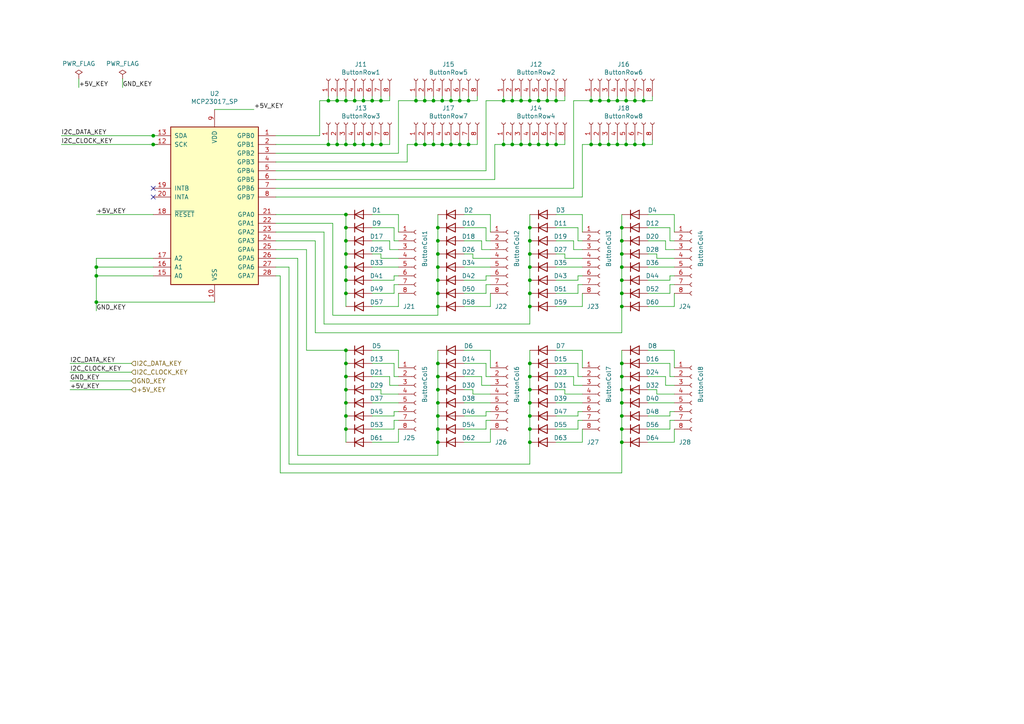
<source format=kicad_sch>
(kicad_sch (version 20211123) (generator eeschema)
  (paper "A4")
  (title_block (title "CIMDID") (date "2022-02-08") (rev "1.1") (comment 1 "@grumpydevelop@contentnation.net") (comment 2 "https://contentnation.net/en/grumpydevelop/cimdit_1"))
  (junction (at 181.61 41.91))
  (junction (at 127 105.41))
  (junction (at 100.33 81.28))
  (junction (at 148.59 29.21))
  (junction (at 27.94 77.47))
  (junction (at 130.81 41.91))
  (junction (at 181.61 29.21))
  (junction (at 127 128.27))
  (junction (at 153.67 29.21))
  (junction (at 97.79 41.91))
  (junction (at 127 81.28))
  (junction (at 180.34 120.65))
  (junction (at 153.67 120.65))
  (junction (at 158.75 29.21))
  (junction (at 180.34 77.47))
  (junction (at 153.67 109.22))
  (junction (at 133.35 29.21))
  (junction (at 100.33 77.47))
  (junction (at 128.27 41.91))
  (junction (at 127 69.85))
  (junction (at 100.33 73.66))
  (junction (at 44.45 41.91))
  (junction (at 105.41 41.91))
  (junction (at 153.67 116.84))
  (junction (at 153.67 85.09))
  (junction (at 153.67 88.9))
  (junction (at 161.29 41.91))
  (junction (at 97.79 29.21))
  (junction (at 171.45 29.21))
  (junction (at 135.89 29.21))
  (junction (at 148.59 41.91))
  (junction (at 127 124.46))
  (junction (at 107.95 41.91))
  (junction (at 156.21 41.91))
  (junction (at 184.15 41.91))
  (junction (at 173.99 29.21))
  (junction (at 180.34 128.27))
  (junction (at 180.34 116.84))
  (junction (at 102.87 29.21))
  (junction (at 153.67 113.03))
  (junction (at 100.33 62.23))
  (junction (at 100.33 120.65))
  (junction (at 153.67 69.85))
  (junction (at 123.19 29.21))
  (junction (at 100.33 124.46))
  (junction (at 123.19 41.91))
  (junction (at 173.99 41.91))
  (junction (at 110.49 41.91))
  (junction (at 180.34 69.85))
  (junction (at 180.34 85.09))
  (junction (at 153.67 73.66))
  (junction (at 27.94 87.63))
  (junction (at 153.67 128.27))
  (junction (at 100.33 69.85))
  (junction (at 146.05 41.91))
  (junction (at 95.25 29.21))
  (junction (at 127 88.9))
  (junction (at 180.34 105.41))
  (junction (at 127 120.65))
  (junction (at 100.33 105.41))
  (junction (at 127 85.09))
  (junction (at 156.21 29.21))
  (junction (at 176.53 41.91))
  (junction (at 127 77.47))
  (junction (at 125.73 29.21))
  (junction (at 120.65 29.21))
  (junction (at 110.49 29.21))
  (junction (at 100.33 66.04))
  (junction (at 100.33 29.21))
  (junction (at 171.45 41.91))
  (junction (at 180.34 113.03))
  (junction (at 180.34 109.22))
  (junction (at 158.75 41.91))
  (junction (at 153.67 81.28))
  (junction (at 128.27 29.21))
  (junction (at 107.95 29.21))
  (junction (at 186.69 41.91))
  (junction (at 127 73.66))
  (junction (at 127 116.84))
  (junction (at 146.05 29.21))
  (junction (at 133.35 41.91))
  (junction (at 153.67 105.41))
  (junction (at 153.67 124.46))
  (junction (at 180.34 66.04))
  (junction (at 127 109.22))
  (junction (at 100.33 85.09))
  (junction (at 127 113.03))
  (junction (at 100.33 113.03))
  (junction (at 100.33 109.22))
  (junction (at 186.69 29.21))
  (junction (at 100.33 116.84))
  (junction (at 105.41 29.21))
  (junction (at 179.07 41.91))
  (junction (at 130.81 29.21))
  (junction (at 180.34 88.9))
  (junction (at 120.65 41.91))
  (junction (at 100.33 41.91))
  (junction (at 153.67 41.91))
  (junction (at 27.94 80.01))
  (junction (at 180.34 73.66))
  (junction (at 176.53 29.21))
  (junction (at 153.67 77.47))
  (junction (at 180.34 81.28))
  (junction (at 180.34 124.46))
  (junction (at 151.13 41.91))
  (junction (at 95.25 41.91))
  (junction (at 161.29 29.21))
  (junction (at 151.13 29.21))
  (junction (at 125.73 41.91))
  (junction (at 100.33 101.6))
  (junction (at 153.67 66.04))
  (junction (at 127 66.04))
  (junction (at 179.07 29.21))
  (junction (at 102.87 41.91))
  (junction (at 44.45 39.37))
  (junction (at 184.15 29.21))
  (junction (at 135.89 41.91))
  (no_connect (at 44.45 57.15))
  (no_connect (at 44.45 54.61))
  (wire (pts (xy 194.31 69.85) (xy 195.58 69.85)))
  (wire (pts (xy 123.19 41.91) (xy 123.19 40.64)))
  (wire (pts (xy 166.37 29.21) (xy 171.45 29.21)))
  (wire (pts (xy 184.15 41.91) (xy 184.15 40.64)))
  (wire (pts (xy 161.29 128.27) (xy 168.91 128.27)))
  (wire (pts (xy 137.16 113.03) (xy 134.62 113.03)))
  (wire (pts (xy 194.31 124.46) (xy 194.31 121.92)))
  (wire (pts (xy 193.04 72.39) (xy 195.58 72.39)))
  (wire (pts (xy 127 62.23) (xy 127 66.04)))
  (wire (pts (xy 181.61 41.91) (xy 181.61 40.64)))
  (wire (pts (xy 93.98 93.98) (xy 153.67 93.98)))
  (wire (pts (xy 120.65 27.94) (xy 120.65 29.21)))
  (wire (pts (xy 114.3 66.04) (xy 114.3 69.85)))
  (wire (pts (xy 180.34 120.65) (xy 180.34 124.46)))
  (wire (pts (xy 107.95 85.09) (xy 114.3 85.09)))
  (wire (pts (xy 180.34 116.84) (xy 180.34 120.65)))
  (wire (pts (xy 114.3 121.92) (xy 115.57 121.92)))
  (wire (pts (xy 151.13 40.64) (xy 151.13 41.91)))
  (wire (pts (xy 180.34 88.9) (xy 180.34 96.52)))
  (wire (pts (xy 97.79 29.21) (xy 100.33 29.21)))
  (wire (pts (xy 153.67 41.91) (xy 156.21 41.91)))
  (wire (pts (xy 195.58 88.9) (xy 195.58 85.09)))
  (wire (pts (xy 167.64 82.55) (xy 168.91 82.55)))
  (wire (pts (xy 148.59 41.91) (xy 151.13 41.91)))
  (wire (pts (xy 105.41 27.94) (xy 105.41 29.21)))
  (wire (pts (xy 158.75 29.21) (xy 161.29 29.21)))
  (wire (pts (xy 114.3 69.85) (xy 115.57 69.85)))
  (wire (pts (xy 115.57 44.45) (xy 115.57 29.21)))
  (wire (pts (xy 22.86 25.4) (xy 22.86 22.86)))
  (wire (pts (xy 194.31 81.28) (xy 194.31 80.01)))
  (wire (pts (xy 100.33 73.66) (xy 100.33 77.47)))
  (wire (pts (xy 176.53 41.91) (xy 179.07 41.91)))
  (wire (pts (xy 171.45 27.94) (xy 171.45 29.21)))
  (wire (pts (xy 95.25 29.21) (xy 95.25 27.94)))
  (wire (pts (xy 107.95 40.64) (xy 107.95 41.91)))
  (wire (pts (xy 107.95 81.28) (xy 114.3 81.28)))
  (wire (pts (xy 137.16 73.66) (xy 137.16 74.93)))
  (wire (pts (xy 193.04 109.22) (xy 193.04 111.76)))
  (wire (pts (xy 113.03 72.39) (xy 115.57 72.39)))
  (wire (pts (xy 187.96 66.04) (xy 194.31 66.04)))
  (wire (pts (xy 127 77.47) (xy 127 81.28)))
  (wire (pts (xy 156.21 40.64) (xy 156.21 41.91)))
  (wire (pts (xy 100.33 124.46) (xy 100.33 128.27)))
  (wire (pts (xy 27.94 62.23) (xy 44.45 62.23)))
  (wire (pts (xy 151.13 29.21) (xy 153.67 29.21)))
  (wire (pts (xy 114.3 105.41) (xy 114.3 109.22)))
  (wire (pts (xy 173.99 29.21) (xy 176.53 29.21)))
  (wire (pts (xy 113.03 69.85) (xy 113.03 72.39)))
  (wire (pts (xy 180.34 124.46) (xy 180.34 128.27)))
  (wire (pts (xy 134.62 62.23) (xy 142.24 62.23)))
  (wire (pts (xy 153.67 101.6) (xy 153.67 105.41)))
  (wire (pts (xy 96.52 64.77) (xy 96.52 91.44)))
  (wire (pts (xy 130.81 29.21) (xy 133.35 29.21)))
  (wire (pts (xy 100.33 116.84) (xy 100.33 120.65)))
  (wire (pts (xy 184.15 41.91) (xy 186.69 41.91)))
  (wire (pts (xy 158.75 41.91) (xy 161.29 41.91)))
  (wire (pts (xy 167.64 109.22) (xy 168.91 109.22)))
  (wire (pts (xy 194.31 119.38) (xy 195.58 119.38)))
  (wire (pts (xy 110.49 41.91) (xy 113.03 41.91)))
  (wire (pts (xy 184.15 27.94) (xy 184.15 29.21)))
  (wire (pts (xy 187.96 88.9) (xy 195.58 88.9)))
  (wire (pts (xy 88.9 72.39) (xy 88.9 101.6)))
  (wire (pts (xy 107.95 69.85) (xy 113.03 69.85)))
  (wire (pts (xy 120.65 29.21) (xy 123.19 29.21)))
  (wire (pts (xy 190.5 73.66) (xy 190.5 74.93)))
  (wire (pts (xy 173.99 41.91) (xy 176.53 41.91)))
  (wire (pts (xy 114.3 80.01) (xy 115.57 80.01)))
  (wire (pts (xy 97.79 41.91) (xy 100.33 41.91)))
  (wire (pts (xy 113.03 109.22) (xy 113.03 111.76)))
  (wire (pts (xy 93.98 67.31) (xy 93.98 93.98)))
  (wire (pts (xy 134.62 109.22) (xy 139.7 109.22)))
  (wire (pts (xy 190.5 73.66) (xy 187.96 73.66)))
  (wire (pts (xy 134.62 105.41) (xy 140.97 105.41)))
  (wire (pts (xy 133.35 27.94) (xy 133.35 29.21)))
  (wire (pts (xy 161.29 105.41) (xy 167.64 105.41)))
  (wire (pts (xy 123.19 41.91) (xy 125.73 41.91)))
  (wire (pts (xy 113.03 29.21) (xy 113.03 27.94)))
  (wire (pts (xy 140.97 66.04) (xy 140.97 69.85)))
  (wire (pts (xy 180.34 109.22) (xy 180.34 113.03)))
  (wire (pts (xy 153.67 116.84) (xy 153.67 120.65)))
  (wire (pts (xy 161.29 88.9) (xy 168.91 88.9)))
  (wire (pts (xy 156.21 27.94) (xy 156.21 29.21)))
  (wire (pts (xy 27.94 87.63) (xy 27.94 90.17)))
  (wire (pts (xy 167.64 66.04) (xy 167.64 69.85)))
  (wire (pts (xy 189.23 29.21) (xy 189.23 27.94)))
  (wire (pts (xy 161.29 41.91) (xy 163.83 41.91)))
  (wire (pts (xy 100.33 109.22) (xy 100.33 113.03)))
  (wire (pts (xy 102.87 29.21) (xy 105.41 29.21)))
  (wire (pts (xy 153.67 62.23) (xy 153.67 66.04)))
  (wire (pts (xy 114.3 124.46) (xy 114.3 121.92)))
  (wire (pts (xy 80.01 46.99) (xy 118.11 46.99)))
  (wire (pts (xy 44.45 41.91) (xy 17.78 41.91)))
  (wire (pts (xy 100.33 69.85) (xy 100.33 73.66)))
  (wire (pts (xy 163.83 113.03) (xy 161.29 113.03)))
  (wire (pts (xy 180.34 77.47) (xy 180.34 81.28)))
  (wire (pts (xy 140.97 82.55) (xy 142.24 82.55)))
  (wire (pts (xy 180.34 128.27) (xy 180.34 137.16)))
  (wire (pts (xy 194.31 82.55) (xy 195.58 82.55)))
  (wire (pts (xy 163.83 114.3) (xy 168.91 114.3)))
  (wire (pts (xy 153.67 124.46) (xy 153.67 128.27)))
  (wire (pts (xy 80.01 67.31) (xy 93.98 67.31)))
  (wire (pts (xy 127 113.03) (xy 127 116.84)))
  (wire (pts (xy 179.07 41.91) (xy 181.61 41.91)))
  (wire (pts (xy 161.29 85.09) (xy 167.64 85.09)))
  (wire (pts (xy 127 101.6) (xy 127 105.41)))
  (wire (pts (xy 163.83 113.03) (xy 163.83 114.3)))
  (wire (pts (xy 194.31 120.65) (xy 194.31 119.38)))
  (wire (pts (xy 80.01 52.07) (xy 143.51 52.07)))
  (wire (pts (xy 168.91 41.91) (xy 168.91 57.15)))
  (wire (pts (xy 35.56 25.4) (xy 35.56 22.86)))
  (wire (pts (xy 151.13 27.94) (xy 151.13 29.21)))
  (wire (pts (xy 88.9 101.6) (xy 100.33 101.6)))
  (wire (pts (xy 167.64 69.85) (xy 168.91 69.85)))
  (wire (pts (xy 143.51 41.91) (xy 143.51 52.07)))
  (wire (pts (xy 167.64 119.38) (xy 168.91 119.38)))
  (wire (pts (xy 123.19 29.21) (xy 125.73 29.21)))
  (wire (pts (xy 161.29 66.04) (xy 167.64 66.04)))
  (wire (pts (xy 115.57 29.21) (xy 120.65 29.21)))
  (wire (pts (xy 27.94 87.63) (xy 27.94 80.01)))
  (wire (pts (xy 195.58 101.6) (xy 187.96 101.6)))
  (wire (pts (xy 133.35 29.21) (xy 135.89 29.21)))
  (wire (pts (xy 146.05 29.21) (xy 148.59 29.21)))
  (wire (pts (xy 195.58 128.27) (xy 195.58 124.46)))
  (wire (pts (xy 140.97 119.38) (xy 142.24 119.38)))
  (wire (pts (xy 127 105.41) (xy 127 109.22)))
  (wire (pts (xy 114.3 82.55) (xy 115.57 82.55)))
  (wire (pts (xy 128.27 27.94) (xy 128.27 29.21)))
  (wire (pts (xy 153.67 73.66) (xy 153.67 77.47)))
  (wire (pts (xy 137.16 73.66) (xy 134.62 73.66)))
  (wire (pts (xy 114.3 119.38) (xy 115.57 119.38)))
  (wire (pts (xy 86.36 74.93) (xy 86.36 132.08)))
  (wire (pts (xy 100.33 113.03) (xy 100.33 116.84)))
  (wire (pts (xy 130.81 27.94) (xy 130.81 29.21)))
  (wire (pts (xy 167.64 124.46) (xy 167.64 121.92)))
  (wire (pts (xy 125.73 27.94) (xy 125.73 29.21)))
  (wire (pts (xy 125.73 29.21) (xy 128.27 29.21)))
  (wire (pts (xy 140.97 121.92) (xy 142.24 121.92)))
  (wire (pts (xy 153.67 128.27) (xy 153.67 134.62)))
  (wire (pts (xy 114.3 109.22) (xy 115.57 109.22)))
  (wire (pts (xy 95.25 29.21) (xy 97.79 29.21)))
  (wire (pts (xy 195.58 67.31) (xy 195.58 62.23)))
  (wire (pts (xy 163.83 73.66) (xy 163.83 74.93)))
  (wire (pts (xy 127 66.04) (xy 127 69.85)))
  (wire (pts (xy 100.33 77.47) (xy 100.33 81.28)))
  (wire (pts (xy 20.32 105.41) (xy 38.1 105.41)))
  (wire (pts (xy 128.27 41.91) (xy 128.27 40.64)))
  (wire (pts (xy 167.64 121.92) (xy 168.91 121.92)))
  (wire (pts (xy 186.69 41.91) (xy 189.23 41.91)))
  (wire (pts (xy 20.32 107.95) (xy 38.1 107.95)))
  (wire (pts (xy 137.16 114.3) (xy 142.24 114.3)))
  (wire (pts (xy 134.62 128.27) (xy 142.24 128.27)))
  (wire (pts (xy 27.94 77.47) (xy 27.94 74.93)))
  (wire (pts (xy 187.96 81.28) (xy 194.31 81.28)))
  (wire (pts (xy 110.49 29.21) (xy 113.03 29.21)))
  (wire (pts (xy 135.89 27.94) (xy 135.89 29.21)))
  (wire (pts (xy 193.04 69.85) (xy 193.04 72.39)))
  (wire (pts (xy 140.97 81.28) (xy 140.97 80.01)))
  (wire (pts (xy 105.41 29.21) (xy 107.95 29.21)))
  (wire (pts (xy 134.62 124.46) (xy 140.97 124.46)))
  (wire (pts (xy 143.51 41.91) (xy 146.05 41.91)))
  (wire (pts (xy 193.04 111.76) (xy 195.58 111.76)))
  (wire (pts (xy 127 120.65) (xy 127 124.46)))
  (wire (pts (xy 190.5 114.3) (xy 195.58 114.3)))
  (wire (pts (xy 153.67 29.21) (xy 156.21 29.21)))
  (wire (pts (xy 130.81 41.91) (xy 130.81 40.64)))
  (wire (pts (xy 135.89 41.91) (xy 138.43 41.91)))
  (wire (pts (xy 179.07 29.21) (xy 181.61 29.21)))
  (wire (pts (xy 138.43 29.21) (xy 138.43 27.94)))
  (wire (pts (xy 176.53 27.94) (xy 176.53 29.21)))
  (wire (pts (xy 184.15 29.21) (xy 186.69 29.21)))
  (wire (pts (xy 91.44 69.85) (xy 91.44 96.52)))
  (wire (pts (xy 180.34 81.28) (xy 180.34 85.09)))
  (wire (pts (xy 107.95 116.84) (xy 115.57 116.84)))
  (wire (pts (xy 146.05 29.21) (xy 146.05 27.94)))
  (wire (pts (xy 153.67 113.03) (xy 153.67 116.84)))
  (wire (pts (xy 73.66 31.75) (xy 62.23 31.75)))
  (wire (pts (xy 86.36 132.08) (xy 127 132.08)))
  (wire (pts (xy 181.61 29.21) (xy 184.15 29.21)))
  (wire (pts (xy 168.91 88.9) (xy 168.91 85.09)))
  (wire (pts (xy 161.29 116.84) (xy 168.91 116.84)))
  (wire (pts (xy 180.34 85.09) (xy 180.34 88.9)))
  (wire (pts (xy 115.57 128.27) (xy 115.57 124.46)))
  (wire (pts (xy 158.75 40.64) (xy 158.75 41.91)))
  (wire (pts (xy 180.34 113.03) (xy 180.34 116.84)))
  (wire (pts (xy 153.67 85.09) (xy 153.67 88.9)))
  (wire (pts (xy 161.29 62.23) (xy 168.91 62.23)))
  (wire (pts (xy 187.96 62.23) (xy 195.58 62.23)))
  (wire (pts (xy 179.07 41.91) (xy 179.07 40.64)))
  (wire (pts (xy 115.57 88.9) (xy 115.57 85.09)))
  (wire (pts (xy 134.62 77.47) (xy 142.24 77.47)))
  (wire (pts (xy 80.01 64.77) (xy 96.52 64.77)))
  (wire (pts (xy 166.37 109.22) (xy 166.37 111.76)))
  (wire (pts (xy 187.96 128.27) (xy 195.58 128.27)))
  (wire (pts (xy 125.73 41.91) (xy 128.27 41.91)))
  (wire (pts (xy 161.29 29.21) (xy 163.83 29.21)))
  (wire (pts (xy 140.97 124.46) (xy 140.97 121.92)))
  (wire (pts (xy 137.16 113.03) (xy 137.16 114.3)))
  (wire (pts (xy 168.91 128.27) (xy 168.91 124.46)))
  (wire (pts (xy 80.01 77.47) (xy 83.82 77.47)))
  (wire (pts (xy 134.62 66.04) (xy 140.97 66.04)))
  (wire (pts (xy 107.95 27.94) (xy 107.95 29.21)))
  (wire (pts (xy 107.95 29.21) (xy 110.49 29.21)))
  (wire (pts (xy 168.91 106.68) (xy 168.91 101.6)))
  (wire (pts (xy 110.49 27.94) (xy 110.49 29.21)))
  (wire (pts (xy 151.13 41.91) (xy 153.67 41.91)))
  (wire (pts (xy 80.01 39.37) (xy 92.71 39.37)))
  (wire (pts (xy 168.91 67.31) (xy 168.91 62.23)))
  (wire (pts (xy 190.5 113.03) (xy 190.5 114.3)))
  (wire (pts (xy 134.62 120.65) (xy 140.97 120.65)))
  (wire (pts (xy 120.65 41.91) (xy 120.65 40.64)))
  (wire (pts (xy 113.03 111.76) (xy 115.57 111.76)))
  (wire (pts (xy 95.25 41.91) (xy 95.25 40.64)))
  (wire (pts (xy 127 81.28) (xy 127 85.09)))
  (wire (pts (xy 166.37 54.61) (xy 166.37 29.21)))
  (wire (pts (xy 187.96 77.47) (xy 195.58 77.47)))
  (wire (pts (xy 100.33 85.09) (xy 100.33 88.9)))
  (wire (pts (xy 38.1 113.03) (xy 20.32 113.03)))
  (wire (pts (xy 105.41 41.91) (xy 107.95 41.91)))
  (wire (pts (xy 27.94 74.93) (xy 44.45 74.93)))
  (wire (pts (xy 167.64 120.65) (xy 167.64 119.38)))
  (wire (pts (xy 140.97 120.65) (xy 140.97 119.38)))
  (wire (pts (xy 80.01 69.85) (xy 91.44 69.85)))
  (wire (pts (xy 163.83 73.66) (xy 161.29 73.66)))
  (wire (pts (xy 153.67 120.65) (xy 153.67 124.46)))
  (wire (pts (xy 173.99 27.94) (xy 173.99 29.21)))
  (wire (pts (xy 81.28 80.01) (xy 81.28 137.16)))
  (wire (pts (xy 187.96 120.65) (xy 194.31 120.65)))
  (wire (pts (xy 176.53 29.21) (xy 179.07 29.21)))
  (wire (pts (xy 80.01 49.53) (xy 140.97 49.53)))
  (wire (pts (xy 80.01 72.39) (xy 88.9 72.39)))
  (wire (pts (xy 120.65 41.91) (xy 123.19 41.91)))
  (wire (pts (xy 127 109.22) (xy 127 113.03)))
  (wire (pts (xy 195.58 106.68) (xy 195.58 101.6)))
  (wire (pts (xy 166.37 72.39) (xy 168.91 72.39)))
  (wire (pts (xy 134.62 81.28) (xy 140.97 81.28)))
  (wire (pts (xy 161.29 120.65) (xy 167.64 120.65)))
  (wire (pts (xy 190.5 74.93) (xy 195.58 74.93)))
  (wire (pts (xy 142.24 88.9) (xy 142.24 85.09)))
  (wire (pts (xy 190.5 113.03) (xy 187.96 113.03)))
  (wire (pts (xy 166.37 111.76) (xy 168.91 111.76)))
  (wire (pts (xy 153.67 77.47) (xy 153.67 81.28)))
  (wire (pts (xy 135.89 41.91) (xy 135.89 40.64)))
  (wire (pts (xy 100.33 66.04) (xy 100.33 69.85)))
  (wire (pts (xy 80.01 57.15) (xy 168.91 57.15)))
  (wire (pts (xy 114.3 85.09) (xy 114.3 82.55)))
  (wire (pts (xy 179.07 27.94) (xy 179.07 29.21)))
  (wire (pts (xy 115.57 106.68) (xy 115.57 101.6)))
  (wire (pts (xy 140.97 80.01) (xy 142.24 80.01)))
  (wire (pts (xy 161.29 101.6) (xy 168.91 101.6)))
  (wire (pts (xy 142.24 101.6) (xy 134.62 101.6)))
  (wire (pts (xy 134.62 69.85) (xy 139.7 69.85)))
  (wire (pts (xy 83.82 77.47) (xy 83.82 134.62)))
  (wire (pts (xy 27.94 77.47) (xy 44.45 77.47)))
  (wire (pts (xy 140.97 49.53) (xy 140.97 29.21)))
  (wire (pts (xy 130.81 41.91) (xy 133.35 41.91)))
  (wire (pts (xy 107.95 105.41) (xy 114.3 105.41)))
  (wire (pts (xy 20.32 110.49) (xy 38.1 110.49)))
  (wire (pts (xy 137.16 74.93) (xy 142.24 74.93)))
  (wire (pts (xy 110.49 41.91) (xy 110.49 40.64)))
  (wire (pts (xy 139.7 72.39) (xy 142.24 72.39)))
  (wire (pts (xy 95.25 41.91) (xy 97.79 41.91)))
  (wire (pts (xy 133.35 41.91) (xy 133.35 40.64)))
  (wire (pts (xy 146.05 41.91) (xy 146.05 40.64)))
  (wire (pts (xy 153.67 69.85) (xy 153.67 73.66)))
  (wire (pts (xy 140.97 109.22) (xy 142.24 109.22)))
  (wire (pts (xy 167.64 85.09) (xy 167.64 82.55)))
  (wire (pts (xy 91.44 96.52) (xy 180.34 96.52)))
  (wire (pts (xy 80.01 54.61) (xy 166.37 54.61)))
  (wire (pts (xy 186.69 29.21) (xy 189.23 29.21)))
  (wire (pts (xy 127 88.9) (xy 127 91.44)))
  (wire (pts (xy 180.34 66.04) (xy 180.34 69.85)))
  (wire (pts (xy 107.95 128.27) (xy 115.57 128.27)))
  (wire (pts (xy 134.62 88.9) (xy 142.24 88.9)))
  (wire (pts (xy 194.31 66.04) (xy 194.31 69.85)))
  (wire (pts (xy 171.45 41.91) (xy 173.99 41.91)))
  (wire (pts (xy 80.01 41.91) (xy 95.25 41.91)))
  (wire (pts (xy 107.95 66.04) (xy 114.3 66.04)))
  (wire (pts (xy 97.79 40.64) (xy 97.79 41.91)))
  (wire (pts (xy 139.7 69.85) (xy 139.7 72.39)))
  (wire (pts (xy 100.33 120.65) (xy 100.33 124.46)))
  (wire (pts (xy 161.29 69.85) (xy 166.37 69.85)))
  (wire (pts (xy 156.21 41.91) (xy 158.75 41.91)))
  (wire (pts (xy 186.69 41.91) (xy 186.69 40.64)))
  (wire (pts (xy 139.7 109.22) (xy 139.7 111.76)))
  (wire (pts (xy 171.45 41.91) (xy 171.45 40.64)))
  (wire (pts (xy 128.27 41.91) (xy 130.81 41.91)))
  (wire (pts (xy 194.31 121.92) (xy 195.58 121.92)))
  (wire (pts (xy 142.24 128.27) (xy 142.24 124.46)))
  (wire (pts (xy 148.59 27.94) (xy 148.59 29.21)))
  (wire (pts (xy 161.29 124.46) (xy 167.64 124.46)))
  (wire (pts (xy 148.59 40.64) (xy 148.59 41.91)))
  (wire (pts (xy 142.24 67.31) (xy 142.24 62.23)))
  (wire (pts (xy 110.49 73.66) (xy 107.95 73.66)))
  (wire (pts (xy 163.83 41.91) (xy 163.83 40.64)))
  (wire (pts (xy 181.61 41.91) (xy 184.15 41.91)))
  (wire (pts (xy 105.41 40.64) (xy 105.41 41.91)))
  (wire (pts (xy 114.3 120.65) (xy 114.3 119.38)))
  (wire (pts (xy 102.87 41.91) (xy 105.41 41.91)))
  (wire (pts (xy 148.59 29.21) (xy 151.13 29.21)))
  (wire (pts (xy 100.33 27.94) (xy 100.33 29.21)))
  (wire (pts (xy 135.89 29.21) (xy 138.43 29.21)))
  (wire (pts (xy 92.71 29.21) (xy 95.25 29.21)))
  (wire (pts (xy 127 116.84) (xy 127 120.65)))
  (wire (pts (xy 113.03 41.91) (xy 113.03 40.64)))
  (wire (pts (xy 118.11 41.91) (xy 120.65 41.91)))
  (wire (pts (xy 45.72 39.37) (xy 44.45 39.37)))
  (wire (pts (xy 180.34 73.66) (xy 180.34 77.47)))
  (wire (pts (xy 187.96 116.84) (xy 195.58 116.84)))
  (wire (pts (xy 186.69 27.94) (xy 186.69 29.21)))
  (wire (pts (xy 107.95 101.6) (xy 115.57 101.6)))
  (wire (pts (xy 110.49 74.93) (xy 115.57 74.93)))
  (wire (pts (xy 110.49 113.03) (xy 107.95 113.03)))
  (wire (pts (xy 102.87 27.94) (xy 102.87 29.21)))
  (wire (pts (xy 146.05 41.91) (xy 148.59 41.91)))
  (wire (pts (xy 139.7 111.76) (xy 142.24 111.76)))
  (wire (pts (xy 194.31 109.22) (xy 195.58 109.22)))
  (wire (pts (xy 163.83 74.93) (xy 168.91 74.93)))
  (wire (pts (xy 27.94 80.01) (xy 27.94 77.47)))
  (wire (pts (xy 118.11 46.99) (xy 118.11 41.91)))
  (wire (pts (xy 102.87 40.64) (xy 102.87 41.91)))
  (wire (pts (xy 107.95 120.65) (xy 114.3 120.65)))
  (wire (pts (xy 180.34 105.41) (xy 180.34 109.22)))
  (wire (pts (xy 163.83 29.21) (xy 163.83 27.94)))
  (wire (pts (xy 107.95 41.91) (xy 110.49 41.91)))
  (wire (pts (xy 107.95 124.46) (xy 114.3 124.46)))
  (wire (pts (xy 92.71 29.21) (xy 92.71 39.37)))
  (wire (pts (xy 166.37 69.85) (xy 166.37 72.39)))
  (wire (pts (xy 134.62 116.84) (xy 142.24 116.84)))
  (wire (pts (xy 153.67 109.22) (xy 153.67 113.03)))
  (wire (pts (xy 140.97 85.09) (xy 140.97 82.55)))
  (wire (pts (xy 180.34 101.6) (xy 180.34 105.41)))
  (wire (pts (xy 194.31 85.09) (xy 194.31 82.55)))
  (wire (pts (xy 194.31 105.41) (xy 194.31 109.22)))
  (wire (pts (xy 100.33 40.64) (xy 100.33 41.91)))
  (wire (pts (xy 161.29 81.28) (xy 167.64 81.28)))
  (wire (pts (xy 187.96 69.85) (xy 193.04 69.85)))
  (wire (pts (xy 134.62 85.09) (xy 140.97 85.09)))
  (wire (pts (xy 153.67 81.28) (xy 153.67 85.09)))
  (wire (pts (xy 123.19 27.94) (xy 123.19 29.21)))
  (wire (pts (xy 115.57 67.31) (xy 115.57 62.23)))
  (wire (pts (xy 110.49 113.03) (xy 110.49 114.3)))
  (wire (pts (xy 100.33 41.91) (xy 102.87 41.91)))
  (wire (pts (xy 100.33 81.28) (xy 100.33 85.09)))
  (wire (pts (xy 140.97 69.85) (xy 142.24 69.85)))
  (wire (pts (xy 80.01 74.93) (xy 86.36 74.93)))
  (wire (pts (xy 81.28 137.16) (xy 180.34 137.16)))
  (wire (pts (xy 168.91 41.91) (xy 171.45 41.91)))
  (wire (pts (xy 80.01 62.23) (xy 100.33 62.23)))
  (wire (pts (xy 80.01 44.45) (xy 115.57 44.45)))
  (wire (pts (xy 142.24 106.68) (xy 142.24 101.6)))
  (wire (pts (xy 133.35 41.91) (xy 135.89 41.91)))
  (wire (pts (xy 187.96 85.09) (xy 194.31 85.09)))
  (wire (pts (xy 153.67 105.41) (xy 153.67 109.22)))
  (wire (pts (xy 62.23 87.63) (xy 27.94 87.63)))
  (wire (pts (xy 180.34 69.85) (xy 180.34 73.66)))
  (wire (pts (xy 107.95 77.47) (xy 115.57 77.47)))
  (wire (pts (xy 27.94 80.01) (xy 44.45 80.01)))
  (wire (pts (xy 180.34 62.23) (xy 180.34 66.04)))
  (wire (pts (xy 128.27 29.21) (xy 130.81 29.21)))
  (wire (pts (xy 100.33 29.21) (xy 102.87 29.21)))
  (wire (pts (xy 187.96 109.22) (xy 193.04 109.22)))
  (wire (pts (xy 127 128.27) (xy 127 132.08)))
  (wire (pts (xy 138.43 41.91) (xy 138.43 40.64)))
  (wire (pts (xy 161.29 27.94) (xy 161.29 29.21)))
  (wire (pts (xy 107.95 88.9) (xy 115.57 88.9)))
  (wire (pts (xy 140.97 29.21) (xy 146.05 29.21)))
  (wire (pts (xy 81.28 80.01) (xy 80.01 80.01)))
  (wire (pts (xy 158.75 27.94) (xy 158.75 29.21)))
  (wire (pts (xy 189.23 41.91) (xy 189.23 40.64)))
  (wire (pts (xy 153.67 40.64) (xy 153.67 41.91)))
  (wire (pts (xy 173.99 41.91) (xy 173.99 40.64)))
  (wire (pts (xy 127 124.46) (xy 127 128.27)))
  (wire (pts (xy 100.33 66.04) (xy 100.33 62.23)))
  (wire (pts (xy 167.64 81.28) (xy 167.64 80.01)))
  (wire (pts (xy 125.73 41.91) (xy 125.73 40.64)))
  (wire (pts (xy 100.33 105.41) (xy 100.33 109.22)))
  (wire (pts (xy 107.95 109.22) (xy 113.03 109.22)))
  (wire (pts (xy 45.72 41.91) (xy 44.45 41.91)))
  (wire (pts (xy 156.21 29.21) (xy 158.75 29.21)))
  (wire (pts (xy 140.97 105.41) (xy 140.97 109.22)))
  (wire (pts (xy 83.82 134.62) (xy 153.67 134.62)))
  (wire (pts (xy 161.29 109.22) (xy 166.37 109.22)))
  (wire (pts (xy 153.67 88.9) (xy 153.67 93.98)))
  (wire (pts (xy 96.52 91.44) (xy 127 91.44)))
  (wire (pts (xy 194.31 80.01) (xy 195.58 80.01)))
  (wire (pts (xy 107.95 62.23) (xy 115.57 62.23)))
  (wire (pts (xy 44.45 39.37) (xy 17.78 39.37)))
  (wire (pts (xy 181.61 27.94) (xy 181.61 29.21)))
  (wire (pts (xy 153.67 66.04) (xy 153.67 69.85)))
  (wire (pts (xy 153.67 27.94) (xy 153.67 29.21)))
  (wire (pts (xy 167.64 80.01) (xy 168.91 80.01)))
  (wire (pts (xy 167.64 105.41) (xy 167.64 109.22)))
  (wire (pts (xy 114.3 81.28) (xy 114.3 80.01)))
  (wire (pts (xy 161.29 41.91) (xy 161.29 40.64)))
  (wire (pts (xy 187.96 124.46) (xy 194.31 124.46)))
  (wire (pts (xy 110.49 73.66) (xy 110.49 74.93)))
  (wire (pts (xy 110.49 114.3) (xy 115.57 114.3)))
  (wire (pts (xy 100.33 101.6) (xy 100.33 105.41)))
  (wire (pts (xy 127 85.09) (xy 127 88.9)))
  (wire (pts (xy 161.29 77.47) (xy 168.91 77.47)))
  (wire (pts (xy 171.45 29.21) (xy 173.99 29.21)))
  (wire (pts (xy 127 73.66) (xy 127 77.47)))
  (wire (pts (xy 176.53 41.91) (xy 176.53 40.64)))
  (wire (pts (xy 127 69.85) (xy 127 73.66)))
  (wire (pts (xy 187.96 105.41) (xy 194.31 105.41)))
  (wire (pts (xy 97.79 27.94) (xy 97.79 29.21)))
  (label "+5V_KEY" (at 20.32 113.03 0))
  (label "I2C_CLOCK_KEY" (at 17.78 41.91 0))
  (label "I2C_DATA_KEY" (at 17.78 39.37 0))
  (label "I2C_DATA_KEY" (at 20.32 105.41 0))
  (label "GND_KEY" (at 20.32 110.49 0))
  (label "GND_KEY" (at 35.56 25.4 0))
  (label "+5V_KEY" (at 73.66 31.75 0))
  (label "+5V_KEY" (at 27.94 62.23 0))
  (label "GND_KEY" (at 27.94 90.17 0))
  (label "+5V_KEY" (at 22.86 25.4 0))
  (label "I2C_CLOCK_KEY" (at 20.32 107.95 0))
  (hierarchical_label "I2C_DATA_KEY" (shape input) (at 38.1 105.41 0))
  (hierarchical_label "GND_KEY" (shape input) (at 38.1 110.49 0))
  (hierarchical_label "+5V_KEY" (shape input) (at 38.1 113.03 0))
  (hierarchical_label "I2C_CLOCK_KEY" (shape input) (at 38.1 107.95 0))
  (symbol (lib_id "Interface_Expansion:MCP23017_SP") (at 62.23 59.69 0) (unit 1)
    (property "Reference" "U2" (at 62.23 27.1526 0))
    (property "Value" "MCP23017_SP" (at 62.23 29.464 0))
    (property "Footprint" "Package_DIP:DIP-28_W7.62mm" (effects hide))
    (property "Datasheet" "http://ww1.microchip.com/downloads/en/DeviceDoc/20001952C.pdf" (effects hide))
  )
  (symbol (lib_id "Diode:1N4148") (at 104.14 62.23 0) (unit 1)
    (property "Reference" "D1" (at 109.22 60.96 0))
    (property "Value" "1N4001" (effects hide))
    (property "Footprint" "Diode_THT:D_DO-35_SOD27_P2.54mm_Vertical_AnodeUp" (effects hide))
    (property "Datasheet" "https://assets.nexperia.com/documents/data-sheet/1N4148_1N4448.pdf" (effects hide))
  )
  (symbol (lib_id "Connector:Conn_01x08_Female") (at 102.87 22.86 90) (unit 1)
    (property "Reference" "J11" (at 104.648 18.669 90))
    (property "Value" "ButtonRow1" (at 104.648 20.9804 90))
    (property "Footprint" "Connector_PinSocket_2.54mm:PinSocket_1x08_P2.54mm_Vertical" (effects hide))
  )
  (symbol (lib_id "Diode:1N4148") (at 104.14 66.04 0) (unit 1)
    (property "Reference" "D9" (at 109.22 64.77 0))
    (property "Value" "1n4148" (effects hide))
    (property "Footprint" "Diode_THT:D_DO-35_SOD27_P2.54mm_Vertical_AnodeUp" (effects hide))
    (property "Datasheet" "https://assets.nexperia.com/documents/data-sheet/1N4148_1N4448.pdf" (effects hide))
  )
  (symbol (lib_id "Connector:Conn_01x08_Female") (at 153.67 22.86 90) (unit 1)
    (property "Reference" "J12" (at 155.448 18.669 90))
    (property "Value" "ButtonRow2" (at 155.448 20.9804 90))
    (property "Footprint" "Connector_PinSocket_2.54mm:PinSocket_1x08_P2.54mm_Vertical" (effects hide))
  )
  (symbol (lib_id "Connector:Conn_01x08_Female") (at 102.87 35.56 90) (unit 1)
    (property "Reference" "J13" (at 104.648 31.369 90))
    (property "Value" "ButtonRow3" (at 104.648 33.6804 90))
    (property "Footprint" "Connector_PinSocket_2.54mm:PinSocket_1x08_P2.54mm_Vertical" (effects hide))
  )
  (symbol (lib_id "Connector:Conn_01x08_Female") (at 153.67 35.56 90) (unit 1)
    (property "Reference" "J14" (at 155.448 31.369 90))
    (property "Value" "ButtonRow4" (at 155.448 33.6804 90))
    (property "Footprint" "Connector_PinSocket_2.54mm:PinSocket_1x08_P2.54mm_Vertical" (effects hide))
  )
  (symbol (lib_id "Connector:Conn_01x08_Female") (at 128.27 22.86 90) (unit 1)
    (property "Reference" "J15" (at 130.048 18.669 90))
    (property "Value" "ButtonRow5" (at 130.048 20.9804 90))
    (property "Footprint" "Connector_PinSocket_2.54mm:PinSocket_1x08_P2.54mm_Vertical" (effects hide))
  )
  (symbol (lib_id "Connector:Conn_01x08_Female") (at 179.07 22.86 90) (unit 1)
    (property "Reference" "J16" (at 180.848 18.669 90))
    (property "Value" "ButtonRow6" (at 180.848 20.9804 90))
    (property "Footprint" "Connector_PinSocket_2.54mm:PinSocket_1x08_P2.54mm_Vertical" (effects hide))
  )
  (symbol (lib_id "Connector:Conn_01x08_Female") (at 128.27 35.56 90) (unit 1)
    (property "Reference" "J17" (at 130.048 31.369 90))
    (property "Value" "ButtonRow7" (at 130.048 33.6804 90))
    (property "Footprint" "Connector_PinSocket_2.54mm:PinSocket_1x08_P2.54mm_Vertical" (effects hide))
  )
  (symbol (lib_id "Connector:Conn_01x08_Female") (at 179.07 35.56 90) (unit 1)
    (property "Reference" "J18" (at 180.848 31.369 90))
    (property "Value" "ButtonRow8" (at 180.848 33.6804 90))
    (property "Footprint" "Connector_PinSocket_2.54mm:PinSocket_1x08_P2.54mm_Vertical" (effects hide))
  )
  (symbol (lib_id "Connector:Conn_01x08_Female") (at 120.65 74.93 0) (unit 1)
    (property "Reference" "J21" (at 116.84 88.9 0) (effects (justify left)))
    (property "Value" "ButtonCol1" (at 123.19 77.47 90) (effects (justify left)))
    (property "Footprint" "Connector_PinSocket_2.54mm:PinSocket_1x08_P2.54mm_Vertical" (effects hide))
  )
  (symbol (lib_id "Connector:Conn_01x08_Female") (at 173.99 74.93 0) (unit 1)
    (property "Reference" "J23" (at 170.18 88.9 0) (effects (justify left)))
    (property "Value" "ButtonCol3" (at 176.53 77.47 90) (effects (justify left)))
    (property "Footprint" "Connector_PinSocket_2.54mm:PinSocket_1x08_P2.54mm_Vertical" (effects hide))
  )
  (symbol (lib_id "Connector:Conn_01x08_Female") (at 120.65 114.3 0) (unit 1)
    (property "Reference" "J25" (at 116.84 127 0) (effects (justify left)))
    (property "Value" "ButtonCol5" (at 123.19 116.84 90) (effects (justify left)))
    (property "Footprint" "Connector_PinSocket_2.54mm:PinSocket_1x08_P2.54mm_Vertical" (effects hide))
  )
  (symbol (lib_id "Connector:Conn_01x08_Female") (at 173.99 114.3 0) (unit 1)
    (property "Reference" "J27" (at 170.18 128.27 0) (effects (justify left)))
    (property "Value" "ButtonCol7" (at 176.53 116.84 90) (effects (justify left)))
    (property "Footprint" "Connector_PinSocket_2.54mm:PinSocket_1x08_P2.54mm_Vertical" (effects hide))
  )
  (symbol (lib_id "Connector:Conn_01x08_Female") (at 147.32 74.93 0) (unit 1)
    (property "Reference" "J22" (at 143.51 88.9 0) (effects (justify left)))
    (property "Value" "ButtonCol2" (at 149.86 77.47 90) (effects (justify left)))
    (property "Footprint" "Connector_PinSocket_2.54mm:PinSocket_1x08_P2.54mm_Vertical" (effects hide))
  )
  (symbol (lib_id "Connector:Conn_01x08_Female") (at 200.66 74.93 0) (unit 1)
    (property "Reference" "J24" (at 196.85 88.9 0) (effects (justify left)))
    (property "Value" "ButtonCol4" (at 203.2 77.47 90) (effects (justify left)))
    (property "Footprint" "Connector_PinSocket_2.54mm:PinSocket_1x08_P2.54mm_Vertical" (effects hide))
  )
  (symbol (lib_id "Connector:Conn_01x08_Female") (at 147.32 114.3 0) (unit 1)
    (property "Reference" "J26" (at 143.51 128.27 0) (effects (justify left)))
    (property "Value" "ButtonCol6" (at 149.86 116.84 90) (effects (justify left)))
    (property "Footprint" "Connector_PinSocket_2.54mm:PinSocket_1x08_P2.54mm_Vertical" (effects hide))
  )
  (symbol (lib_id "Connector:Conn_01x08_Female") (at 200.66 114.3 0) (unit 1)
    (property "Reference" "J28" (at 196.85 128.27 0) (effects (justify left)))
    (property "Value" "ButtonCol8" (at 203.2 116.84 90) (effects (justify left)))
    (property "Footprint" "Connector_PinSocket_2.54mm:PinSocket_1x08_P2.54mm_Vertical" (effects hide))
  )
  (symbol (lib_id "power:PWR_FLAG") (at 22.86 22.86 0) (unit 1)
    (property "Reference" "#FLG0105" (effects hide))
    (property "Value" "PWR_FLAG" (at 22.86 18.4658 0))
  )
  (symbol (lib_id "power:PWR_FLAG") (at 35.56 22.86 0) (unit 1)
    (property "Reference" "#FLG0106" (effects hide))
    (property "Value" "PWR_FLAG" (at 35.56 18.4658 0))
  )
  (symbol (lib_id "Diode:1N4148") (at 130.81 62.23 0) (unit 1)
    (property "Reference" "D2" (at 135.89 60.96 0))
    (property "Value" "1N4001" (effects hide))
    (property "Footprint" "Diode_THT:D_DO-35_SOD27_P2.54mm_Vertical_AnodeUp" (effects hide))
    (property "Datasheet" "https://assets.nexperia.com/documents/data-sheet/1N4148_1N4448.pdf" (effects hide))
  )
  (symbol (lib_id "Diode:1N4148") (at 157.48 62.23 0) (unit 1)
    (property "Reference" "D3" (at 162.56 60.96 0))
    (property "Value" "1N4001" (effects hide))
    (property "Footprint" "Diode_THT:D_DO-35_SOD27_P2.54mm_Vertical_AnodeUp" (effects hide))
    (property "Datasheet" "https://assets.nexperia.com/documents/data-sheet/1N4148_1N4448.pdf" (effects hide))
  )
  (symbol (lib_id "Diode:1N4148") (at 184.15 62.23 0) (unit 1)
    (property "Reference" "D4" (at 189.23 60.96 0))
    (property "Value" "1N4001" (effects hide))
    (property "Footprint" "Diode_THT:D_DO-35_SOD27_P2.54mm_Vertical_AnodeUp" (effects hide))
    (property "Datasheet" "https://assets.nexperia.com/documents/data-sheet/1N4148_1N4448.pdf" (effects hide))
  )
  (symbol (lib_id "Diode:1N4148") (at 104.14 101.6 0) (unit 1)
    (property "Reference" "D5" (at 109.22 100.33 0))
    (property "Value" "1n4148" (effects hide))
    (property "Footprint" "Diode_THT:D_DO-35_SOD27_P2.54mm_Vertical_AnodeUp" (effects hide))
    (property "Datasheet" "https://assets.nexperia.com/documents/data-sheet/1N4148_1N4448.pdf" (effects hide))
  )
  (symbol (lib_id "Diode:1N4148") (at 130.81 101.6 0) (unit 1)
    (property "Reference" "D6" (at 135.89 100.33 0))
    (property "Value" "1n4148" (effects hide))
    (property "Footprint" "Diode_THT:D_DO-35_SOD27_P2.54mm_Vertical_AnodeUp" (effects hide))
    (property "Datasheet" "https://assets.nexperia.com/documents/data-sheet/1N4148_1N4448.pdf" (effects hide))
  )
  (symbol (lib_id "Diode:1N4148") (at 157.48 101.6 0) (unit 1)
    (property "Reference" "D7" (at 162.56 100.33 0))
    (property "Value" "1n4148" (effects hide))
    (property "Footprint" "Diode_THT:D_DO-35_SOD27_P2.54mm_Vertical_AnodeUp" (effects hide))
    (property "Datasheet" "https://assets.nexperia.com/documents/data-sheet/1N4148_1N4448.pdf" (effects hide))
  )
  (symbol (lib_id "Diode:1N4148") (at 184.15 101.6 0) (unit 1)
    (property "Reference" "D8" (at 189.23 100.33 0))
    (property "Value" "1n4148" (effects hide))
    (property "Footprint" "Diode_THT:D_DO-35_SOD27_P2.54mm_Vertical_AnodeUp" (effects hide))
    (property "Datasheet" "https://assets.nexperia.com/documents/data-sheet/1N4148_1N4448.pdf" (effects hide))
  )
  (symbol (lib_id "Diode:1N4148") (at 130.81 66.04 0) (unit 1)
    (property "Reference" "D10" (at 135.89 64.77 0))
    (property "Value" "1n4148" (effects hide))
    (property "Footprint" "Diode_THT:D_DO-35_SOD27_P2.54mm_Vertical_AnodeUp" (effects hide))
    (property "Datasheet" "https://assets.nexperia.com/documents/data-sheet/1N4148_1N4448.pdf" (effects hide))
  )
  (symbol (lib_id "Diode:1N4148") (at 157.48 66.04 0) (unit 1)
    (property "Reference" "D11" (at 162.56 64.77 0))
    (property "Value" "1n4148" (effects hide))
    (property "Footprint" "Diode_THT:D_DO-35_SOD27_P2.54mm_Vertical_AnodeUp" (effects hide))
    (property "Datasheet" "https://assets.nexperia.com/documents/data-sheet/1N4148_1N4448.pdf" (effects hide))
  )
  (symbol (lib_id "Diode:1N4148") (at 184.15 66.04 0) (unit 1)
    (property "Reference" "D12" (at 189.23 64.77 0))
    (property "Value" "1n4148" (effects hide))
    (property "Footprint" "Diode_THT:D_DO-35_SOD27_P2.54mm_Vertical_AnodeUp" (effects hide))
    (property "Datasheet" "https://assets.nexperia.com/documents/data-sheet/1N4148_1N4448.pdf" (effects hide))
  )
  (symbol (lib_id "Diode:1N4148") (at 104.14 105.41 0) (unit 1)
    (property "Reference" "D13" (at 109.22 104.14 0))
    (property "Value" "1n4148" (effects hide))
    (property "Footprint" "Diode_THT:D_DO-35_SOD27_P2.54mm_Vertical_AnodeUp" (effects hide))
    (property "Datasheet" "https://assets.nexperia.com/documents/data-sheet/1N4148_1N4448.pdf" (effects hide))
  )
  (symbol (lib_id "Diode:1N4148") (at 130.81 105.41 0) (unit 1)
    (property "Reference" "D14" (at 135.89 104.14 0))
    (property "Value" "1n4148" (effects hide))
    (property "Footprint" "Diode_THT:D_DO-35_SOD27_P2.54mm_Vertical_AnodeUp" (effects hide))
    (property "Datasheet" "https://assets.nexperia.com/documents/data-sheet/1N4148_1N4448.pdf" (effects hide))
  )
  (symbol (lib_id "Diode:1N4148") (at 157.48 105.41 0) (unit 1)
    (property "Reference" "D15" (at 162.56 104.14 0))
    (property "Value" "1n4148" (effects hide))
    (property "Footprint" "Diode_THT:D_DO-35_SOD27_P2.54mm_Vertical_AnodeUp" (effects hide))
    (property "Datasheet" "https://assets.nexperia.com/documents/data-sheet/1N4148_1N4448.pdf" (effects hide))
  )
  (symbol (lib_id "Diode:1N4148") (at 184.15 105.41 0) (unit 1)
    (property "Reference" "D16" (at 189.23 104.14 0))
    (property "Value" "1n4148" (effects hide))
    (property "Footprint" "Diode_THT:D_DO-35_SOD27_P2.54mm_Vertical_AnodeUp" (effects hide))
    (property "Datasheet" "https://assets.nexperia.com/documents/data-sheet/1N4148_1N4448.pdf" (effects hide))
  )
  (symbol (lib_id "Diode:1N4148") (at 104.14 69.85 0) (unit 1)
    (property "Reference" "D17" (at 109.22 68.58 0))
    (property "Value" "1n4148" (effects hide))
    (property "Footprint" "Diode_THT:D_DO-35_SOD27_P2.54mm_Vertical_AnodeUp" (effects hide))
    (property "Datasheet" "https://assets.nexperia.com/documents/data-sheet/1N4148_1N4448.pdf" (effects hide))
  )
  (symbol (lib_id "Diode:1N4148") (at 130.81 69.85 0) (unit 1)
    (property "Reference" "D18" (at 135.89 68.58 0))
    (property "Value" "1n4148" (effects hide))
    (property "Footprint" "Diode_THT:D_DO-35_SOD27_P2.54mm_Vertical_AnodeUp" (effects hide))
    (property "Datasheet" "https://assets.nexperia.com/documents/data-sheet/1N4148_1N4448.pdf" (effects hide))
  )
  (symbol (lib_id "Diode:1N4148") (at 157.48 69.85 0) (unit 1)
    (property "Reference" "D19" (at 162.56 68.58 0))
    (property "Value" "1n4148" (effects hide))
    (property "Footprint" "Diode_THT:D_DO-35_SOD27_P2.54mm_Vertical_AnodeUp" (effects hide))
    (property "Datasheet" "https://assets.nexperia.com/documents/data-sheet/1N4148_1N4448.pdf" (effects hide))
  )
  (symbol (lib_id "Diode:1N4148") (at 184.15 69.85 0) (unit 1)
    (property "Reference" "D20" (at 189.23 68.58 0))
    (property "Value" "1n4148" (effects hide))
    (property "Footprint" "Diode_THT:D_DO-35_SOD27_P2.54mm_Vertical_AnodeUp" (effects hide))
    (property "Datasheet" "https://assets.nexperia.com/documents/data-sheet/1N4148_1N4448.pdf" (effects hide))
  )
  (symbol (lib_id "Diode:1N4148") (at 104.14 109.22 0) (unit 1)
    (property "Reference" "D21" (at 109.22 107.95 0))
    (property "Value" "1n4148" (effects hide))
    (property "Footprint" "Diode_THT:D_DO-35_SOD27_P2.54mm_Vertical_AnodeUp" (effects hide))
    (property "Datasheet" "https://assets.nexperia.com/documents/data-sheet/1N4148_1N4448.pdf" (effects hide))
  )
  (symbol (lib_id "Diode:1N4148") (at 130.81 109.22 0) (unit 1)
    (property "Reference" "D22" (at 135.89 107.95 0))
    (property "Value" "1n4148" (effects hide))
    (property "Footprint" "Diode_THT:D_DO-35_SOD27_P2.54mm_Vertical_AnodeUp" (effects hide))
    (property "Datasheet" "https://assets.nexperia.com/documents/data-sheet/1N4148_1N4448.pdf" (effects hide))
  )
  (symbol (lib_id "Diode:1N4148") (at 157.48 109.22 0) (unit 1)
    (property "Reference" "D23" (at 162.56 107.95 0))
    (property "Value" "1n4148" (effects hide))
    (property "Footprint" "Diode_THT:D_DO-35_SOD27_P2.54mm_Vertical_AnodeUp" (effects hide))
    (property "Datasheet" "https://assets.nexperia.com/documents/data-sheet/1N4148_1N4448.pdf" (effects hide))
  )
  (symbol (lib_id "Diode:1N4148") (at 184.15 109.22 0) (unit 1)
    (property "Reference" "D24" (at 189.23 107.95 0))
    (property "Value" "1n4148" (effects hide))
    (property "Footprint" "Diode_THT:D_DO-35_SOD27_P2.54mm_Vertical_AnodeUp" (effects hide))
    (property "Datasheet" "https://assets.nexperia.com/documents/data-sheet/1N4148_1N4448.pdf" (effects hide))
  )
  (symbol (lib_id "Diode:1N4148") (at 104.14 73.66 0) (unit 1)
    (property "Reference" "D25" (at 109.22 72.39 0))
    (property "Value" "1n4148" (effects hide))
    (property "Footprint" "Diode_THT:D_DO-35_SOD27_P2.54mm_Vertical_AnodeUp" (effects hide))
    (property "Datasheet" "https://assets.nexperia.com/documents/data-sheet/1N4148_1N4448.pdf" (effects hide))
  )
  (symbol (lib_id "Diode:1N4148") (at 130.81 73.66 0) (unit 1)
    (property "Reference" "D26" (at 135.89 72.39 0))
    (property "Value" "1n4148" (effects hide))
    (property "Footprint" "Diode_THT:D_DO-35_SOD27_P2.54mm_Vertical_AnodeUp" (effects hide))
    (property "Datasheet" "https://assets.nexperia.com/documents/data-sheet/1N4148_1N4448.pdf" (effects hide))
  )
  (symbol (lib_id "Diode:1N4148") (at 157.48 73.66 0) (unit 1)
    (property "Reference" "D27" (at 162.56 72.39 0))
    (property "Value" "1n4148" (effects hide))
    (property "Footprint" "Diode_THT:D_DO-35_SOD27_P2.54mm_Vertical_AnodeUp" (effects hide))
    (property "Datasheet" "https://assets.nexperia.com/documents/data-sheet/1N4148_1N4448.pdf" (effects hide))
  )
  (symbol (lib_id "Diode:1N4148") (at 184.15 73.66 0) (unit 1)
    (property "Reference" "D28" (at 189.23 72.39 0))
    (property "Value" "1n4148" (effects hide))
    (property "Footprint" "Diode_THT:D_DO-35_SOD27_P2.54mm_Vertical_AnodeUp" (effects hide))
    (property "Datasheet" "https://assets.nexperia.com/documents/data-sheet/1N4148_1N4448.pdf" (effects hide))
  )
  (symbol (lib_id "Diode:1N4148") (at 104.14 113.03 0) (unit 1)
    (property "Reference" "D29" (at 109.22 111.76 0))
    (property "Value" "1n4148" (effects hide))
    (property "Footprint" "Diode_THT:D_DO-35_SOD27_P2.54mm_Vertical_AnodeUp" (effects hide))
    (property "Datasheet" "https://assets.nexperia.com/documents/data-sheet/1N4148_1N4448.pdf" (effects hide))
  )
  (symbol (lib_id "Diode:1N4148") (at 130.81 113.03 0) (unit 1)
    (property "Reference" "D30" (at 135.89 111.76 0))
    (property "Value" "1n4148" (effects hide))
    (property "Footprint" "Diode_THT:D_DO-35_SOD27_P2.54mm_Vertical_AnodeUp" (effects hide))
    (property "Datasheet" "https://assets.nexperia.com/documents/data-sheet/1N4148_1N4448.pdf" (effects hide))
  )
  (symbol (lib_id "Diode:1N4148") (at 157.48 113.03 0) (unit 1)
    (property "Reference" "D31" (at 162.56 111.76 0))
    (property "Value" "1n4148" (effects hide))
    (property "Footprint" "Diode_THT:D_DO-35_SOD27_P2.54mm_Vertical_AnodeUp" (effects hide))
    (property "Datasheet" "https://assets.nexperia.com/documents/data-sheet/1N4148_1N4448.pdf" (effects hide))
  )
  (symbol (lib_id "Diode:1N4148") (at 184.15 113.03 0) (unit 1)
    (property "Reference" "D32" (at 189.23 111.76 0))
    (property "Value" "1n4148" (effects hide))
    (property "Footprint" "Diode_THT:D_DO-35_SOD27_P2.54mm_Vertical_AnodeUp" (effects hide))
    (property "Datasheet" "https://assets.nexperia.com/documents/data-sheet/1N4148_1N4448.pdf" (effects hide))
  )
  (symbol (lib_id "Diode:1N4148") (at 104.14 77.47 0) (unit 1)
    (property "Reference" "D33" (at 109.22 76.2 0))
    (property "Value" "1n4148" (effects hide))
    (property "Footprint" "Diode_THT:D_DO-35_SOD27_P2.54mm_Vertical_AnodeUp" (effects hide))
    (property "Datasheet" "https://assets.nexperia.com/documents/data-sheet/1N4148_1N4448.pdf" (effects hide))
  )
  (symbol (lib_id "Diode:1N4148") (at 130.81 77.47 0) (unit 1)
    (property "Reference" "D34" (at 135.89 76.2 0))
    (property "Value" "1n4148" (effects hide))
    (property "Footprint" "Diode_THT:D_DO-35_SOD27_P2.54mm_Vertical_AnodeUp" (effects hide))
    (property "Datasheet" "https://assets.nexperia.com/documents/data-sheet/1N4148_1N4448.pdf" (effects hide))
  )
  (symbol (lib_id "Diode:1N4148") (at 157.48 77.47 0) (unit 1)
    (property "Reference" "D35" (at 162.56 76.2 0))
    (property "Value" "1n4148" (effects hide))
    (property "Footprint" "Diode_THT:D_DO-35_SOD27_P2.54mm_Vertical_AnodeUp" (effects hide))
    (property "Datasheet" "https://assets.nexperia.com/documents/data-sheet/1N4148_1N4448.pdf" (effects hide))
  )
  (symbol (lib_id "Diode:1N4148") (at 184.15 77.47 0) (unit 1)
    (property "Reference" "D36" (at 189.23 76.2 0))
    (property "Value" "1n4148" (effects hide))
    (property "Footprint" "Diode_THT:D_DO-35_SOD27_P2.54mm_Vertical_AnodeUp" (effects hide))
    (property "Datasheet" "https://assets.nexperia.com/documents/data-sheet/1N4148_1N4448.pdf" (effects hide))
  )
  (symbol (lib_id "Diode:1N4148") (at 104.14 116.84 0) (unit 1)
    (property "Reference" "D37" (at 109.22 115.57 0))
    (property "Value" "1n4148" (effects hide))
    (property "Footprint" "Diode_THT:D_DO-35_SOD27_P2.54mm_Vertical_AnodeUp" (effects hide))
    (property "Datasheet" "https://assets.nexperia.com/documents/data-sheet/1N4148_1N4448.pdf" (effects hide))
  )
  (symbol (lib_id "Diode:1N4148") (at 130.81 116.84 0) (unit 1)
    (property "Reference" "D38" (at 135.89 115.57 0))
    (property "Value" "1n4148" (effects hide))
    (property "Footprint" "Diode_THT:D_DO-35_SOD27_P2.54mm_Vertical_AnodeUp" (effects hide))
    (property "Datasheet" "https://assets.nexperia.com/documents/data-sheet/1N4148_1N4448.pdf" (effects hide))
  )
  (symbol (lib_id "Diode:1N4148") (at 157.48 116.84 0) (unit 1)
    (property "Reference" "D39" (at 162.56 115.57 0))
    (property "Value" "1n4148" (effects hide))
    (property "Footprint" "Diode_THT:D_DO-35_SOD27_P2.54mm_Vertical_AnodeUp" (effects hide))
    (property "Datasheet" "https://assets.nexperia.com/documents/data-sheet/1N4148_1N4448.pdf" (effects hide))
  )
  (symbol (lib_id "Diode:1N4148") (at 184.15 116.84 0) (unit 1)
    (property "Reference" "D40" (at 189.23 115.57 0))
    (property "Value" "1n4148" (effects hide))
    (property "Footprint" "Diode_THT:D_DO-35_SOD27_P2.54mm_Vertical_AnodeUp" (effects hide))
    (property "Datasheet" "https://assets.nexperia.com/documents/data-sheet/1N4148_1N4448.pdf" (effects hide))
  )
  (symbol (lib_id "Diode:1N4148") (at 104.14 81.28 0) (unit 1)
    (property "Reference" "D41" (at 109.22 80.01 0))
    (property "Value" "1n4148" (effects hide))
    (property "Footprint" "Diode_THT:D_DO-35_SOD27_P2.54mm_Vertical_AnodeUp" (effects hide))
    (property "Datasheet" "https://assets.nexperia.com/documents/data-sheet/1N4148_1N4448.pdf" (effects hide))
  )
  (symbol (lib_id "Diode:1N4148") (at 130.81 81.28 0) (unit 1)
    (property "Reference" "D42" (at 135.89 80.01 0))
    (property "Value" "1n4148" (effects hide))
    (property "Footprint" "Diode_THT:D_DO-35_SOD27_P2.54mm_Vertical_AnodeUp" (effects hide))
    (property "Datasheet" "https://assets.nexperia.com/documents/data-sheet/1N4148_1N4448.pdf" (effects hide))
  )
  (symbol (lib_id "Diode:1N4148") (at 157.48 81.28 0) (unit 1)
    (property "Reference" "D43" (at 162.56 80.01 0))
    (property "Value" "1n4148" (effects hide))
    (property "Footprint" "Diode_THT:D_DO-35_SOD27_P2.54mm_Vertical_AnodeUp" (effects hide))
    (property "Datasheet" "https://assets.nexperia.com/documents/data-sheet/1N4148_1N4448.pdf" (effects hide))
  )
  (symbol (lib_id "Diode:1N4148") (at 184.15 81.28 0) (unit 1)
    (property "Reference" "D44" (at 189.23 80.01 0))
    (property "Value" "1n4148" (effects hide))
    (property "Footprint" "Diode_THT:D_DO-35_SOD27_P2.54mm_Vertical_AnodeUp" (effects hide))
    (property "Datasheet" "https://assets.nexperia.com/documents/data-sheet/1N4148_1N4448.pdf" (effects hide))
  )
  (symbol (lib_id "Diode:1N4148") (at 104.14 120.65 0) (unit 1)
    (property "Reference" "D45" (at 109.22 119.38 0))
    (property "Value" "1n4148" (effects hide))
    (property "Footprint" "Diode_THT:D_DO-35_SOD27_P2.54mm_Vertical_AnodeUp" (effects hide))
    (property "Datasheet" "https://assets.nexperia.com/documents/data-sheet/1N4148_1N4448.pdf" (effects hide))
  )
  (symbol (lib_id "Diode:1N4148") (at 130.81 120.65 0) (unit 1)
    (property "Reference" "D46" (at 135.89 119.38 0))
    (property "Value" "1n4148" (effects hide))
    (property "Footprint" "Diode_THT:D_DO-35_SOD27_P2.54mm_Vertical_AnodeUp" (effects hide))
    (property "Datasheet" "https://assets.nexperia.com/documents/data-sheet/1N4148_1N4448.pdf" (effects hide))
  )
  (symbol (lib_id "Diode:1N4148") (at 157.48 120.65 0) (unit 1)
    (property "Reference" "D47" (at 162.56 119.38 0))
    (property "Value" "1n4148" (effects hide))
    (property "Footprint" "Diode_THT:D_DO-35_SOD27_P2.54mm_Vertical_AnodeUp" (effects hide))
    (property "Datasheet" "https://assets.nexperia.com/documents/data-sheet/1N4148_1N4448.pdf" (effects hide))
  )
  (symbol (lib_id "Diode:1N4148") (at 184.15 120.65 0) (unit 1)
    (property "Reference" "D48" (at 189.23 119.38 0))
    (property "Value" "1n4148" (effects hide))
    (property "Footprint" "Diode_THT:D_DO-35_SOD27_P2.54mm_Vertical_AnodeUp" (effects hide))
    (property "Datasheet" "https://assets.nexperia.com/documents/data-sheet/1N4148_1N4448.pdf" (effects hide))
  )
  (symbol (lib_id "Diode:1N4148") (at 104.14 85.09 0) (unit 1)
    (property "Reference" "D49" (at 109.22 83.82 0))
    (property "Value" "1n4148" (effects hide))
    (property "Footprint" "Diode_THT:D_DO-35_SOD27_P2.54mm_Vertical_AnodeUp" (effects hide))
    (property "Datasheet" "https://assets.nexperia.com/documents/data-sheet/1N4148_1N4448.pdf" (effects hide))
  )
  (symbol (lib_id "Diode:1N4148") (at 130.81 85.09 0) (unit 1)
    (property "Reference" "D50" (at 135.89 83.82 0))
    (property "Value" "1n4148" (effects hide))
    (property "Footprint" "Diode_THT:D_DO-35_SOD27_P2.54mm_Vertical_AnodeUp" (effects hide))
    (property "Datasheet" "https://assets.nexperia.com/documents/data-sheet/1N4148_1N4448.pdf" (effects hide))
  )
  (symbol (lib_id "Diode:1N4148") (at 157.48 85.09 0) (unit 1)
    (property "Reference" "D51" (at 162.56 83.82 0))
    (property "Value" "1n4148" (effects hide))
    (property "Footprint" "Diode_THT:D_DO-35_SOD27_P2.54mm_Vertical_AnodeUp" (effects hide))
    (property "Datasheet" "https://assets.nexperia.com/documents/data-sheet/1N4148_1N4448.pdf" (effects hide))
  )
  (symbol (lib_id "Diode:1N4148") (at 184.15 85.09 0) (unit 1)
    (property "Reference" "D52" (at 189.23 83.82 0))
    (property "Value" "1n4148" (effects hide))
    (property "Footprint" "Diode_THT:D_DO-35_SOD27_P2.54mm_Vertical_AnodeUp" (effects hide))
    (property "Datasheet" "https://assets.nexperia.com/documents/data-sheet/1N4148_1N4448.pdf" (effects hide))
  )
  (symbol (lib_id "Diode:1N4148") (at 104.14 124.46 0) (unit 1)
    (property "Reference" "D53" (at 109.22 123.19 0))
    (property "Value" "1n4148" (effects hide))
    (property "Footprint" "Diode_THT:D_DO-35_SOD27_P2.54mm_Vertical_AnodeUp" (effects hide))
    (property "Datasheet" "https://assets.nexperia.com/documents/data-sheet/1N4148_1N4448.pdf" (effects hide))
  )
  (symbol (lib_id "Diode:1N4148") (at 130.81 124.46 0) (unit 1)
    (property "Reference" "D54" (at 135.89 123.19 0))
    (property "Value" "1n4148" (effects hide))
    (property "Footprint" "Diode_THT:D_DO-35_SOD27_P2.54mm_Vertical_AnodeUp" (effects hide))
    (property "Datasheet" "https://assets.nexperia.com/documents/data-sheet/1N4148_1N4448.pdf" (effects hide))
  )
  (symbol (lib_id "Diode:1N4148") (at 157.48 124.46 0) (unit 1)
    (property "Reference" "D55" (at 162.56 123.19 0))
    (property "Value" "1n4148" (effects hide))
    (property "Footprint" "Diode_THT:D_DO-35_SOD27_P2.54mm_Vertical_AnodeUp" (effects hide))
    (property "Datasheet" "https://assets.nexperia.com/documents/data-sheet/1N4148_1N4448.pdf" (effects hide))
  )
  (symbol (lib_id "Diode:1N4148") (at 184.15 124.46 0) (unit 1)
    (property "Reference" "D56" (at 189.23 123.19 0))
    (property "Value" "1n4148" (effects hide))
    (property "Footprint" "Diode_THT:D_DO-35_SOD27_P2.54mm_Vertical_AnodeUp" (effects hide))
    (property "Datasheet" "https://assets.nexperia.com/documents/data-sheet/1N4148_1N4448.pdf" (effects hide))
  )
  (symbol (lib_id "Diode:1N4148") (at 104.14 88.9 0) (unit 1)
    (property "Reference" "D57" (at 109.22 87.63 0))
    (property "Value" "1n4148" (effects hide))
    (property "Footprint" "Diode_THT:D_DO-35_SOD27_P2.54mm_Vertical_AnodeUp" (effects hide))
    (property "Datasheet" "https://assets.nexperia.com/documents/data-sheet/1N4148_1N4448.pdf" (effects hide))
  )
  (symbol (lib_id "Diode:1N4148") (at 130.81 88.9 0) (unit 1)
    (property "Reference" "D58" (at 135.89 87.63 0))
    (property "Value" "1n4148" (effects hide))
    (property "Footprint" "Diode_THT:D_DO-35_SOD27_P2.54mm_Vertical_AnodeUp" (effects hide))
    (property "Datasheet" "https://assets.nexperia.com/documents/data-sheet/1N4148_1N4448.pdf" (effects hide))
  )
  (symbol (lib_id "Diode:1N4148") (at 157.48 88.9 0) (unit 1)
    (property "Reference" "D59" (at 162.56 87.63 0))
    (property "Value" "1n4148" (effects hide))
    (property "Footprint" "Diode_THT:D_DO-35_SOD27_P2.54mm_Vertical_AnodeUp" (effects hide))
    (property "Datasheet" "https://assets.nexperia.com/documents/data-sheet/1N4148_1N4448.pdf" (effects hide))
  )
  (symbol (lib_id "Diode:1N4148") (at 184.15 88.9 0) (unit 1)
    (property "Reference" "D60" (at 189.23 87.63 0))
    (property "Value" "1n4148" (effects hide))
    (property "Footprint" "Diode_THT:D_DO-35_SOD27_P2.54mm_Vertical_AnodeUp" (effects hide))
    (property "Datasheet" "https://assets.nexperia.com/documents/data-sheet/1N4148_1N4448.pdf" (effects hide))
  )
  (symbol (lib_id "Diode:1N4148") (at 104.14 128.27 0) (unit 1)
    (property "Reference" "D61" (at 109.22 127 0))
    (property "Value" "1n4148" (effects hide))
    (property "Footprint" "Diode_THT:D_DO-35_SOD27_P2.54mm_Vertical_AnodeUp" (effects hide))
    (property "Datasheet" "https://assets.nexperia.com/documents/data-sheet/1N4148_1N4448.pdf" (effects hide))
  )
  (symbol (lib_id "Diode:1N4148") (at 130.81 128.27 0) (unit 1)
    (property "Reference" "D62" (at 135.89 127 0))
    (property "Value" "1n4148" (effects hide))
    (property "Footprint" "Diode_THT:D_DO-35_SOD27_P2.54mm_Vertical_AnodeUp" (effects hide))
    (property "Datasheet" "https://assets.nexperia.com/documents/data-sheet/1N4148_1N4448.pdf" (effects hide))
  )
  (symbol (lib_id "Diode:1N4148") (at 157.48 128.27 0) (unit 1)
    (property "Reference" "D63" (at 162.56 127 0))
    (property "Value" "1n4148" (effects hide))
    (property "Footprint" "Diode_THT:D_DO-35_SOD27_P2.54mm_Vertical_AnodeUp" (effects hide))
    (property "Datasheet" "https://assets.nexperia.com/documents/data-sheet/1N4148_1N4448.pdf" (effects hide))
  )
  (symbol (lib_id "Diode:1N4148") (at 184.15 128.27 0) (unit 1)
    (property "Reference" "D64" (at 189.23 127 0))
    (property "Value" "1n4148" (effects hide))
    (property "Footprint" "Diode_THT:D_DO-35_SOD27_P2.54mm_Vertical_AnodeUp" (effects hide))
    (property "Datasheet" "https://assets.nexperia.com/documents/data-sheet/1N4148_1N4448.pdf" (effects hide))
  )
)
</source>
